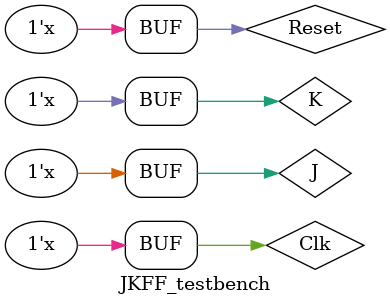
<source format=v>
`timescale 1ns / 1ps


module JKFF_testbench();

reg J, K;
reg Clk, Reset;
wire Q;

JKFF_synch JKFFtest(.Q(Q), .J(J), .K(K), .Clk(Clk), .Reset(Reset));
initial begin
J = 0;
K = 0;
Clk = 0;
Reset = 0;
end

always #7 Clk=~Clk;
always #13 J=~J;
always #17 K=~K;
always #19 Reset=~Reset;

endmodule

</source>
